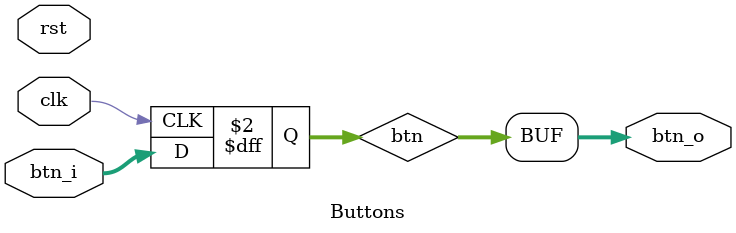
<source format=v>
module Buttons(
    input clk,
    input rst,
    input [3:0] btn_i,
    output [3:0] btn_o
);

reg [3:0] btn;
assign btn_o = btn;

always @(posedge clk) begin
    btn <= btn_i;
end

endmodule
</source>
